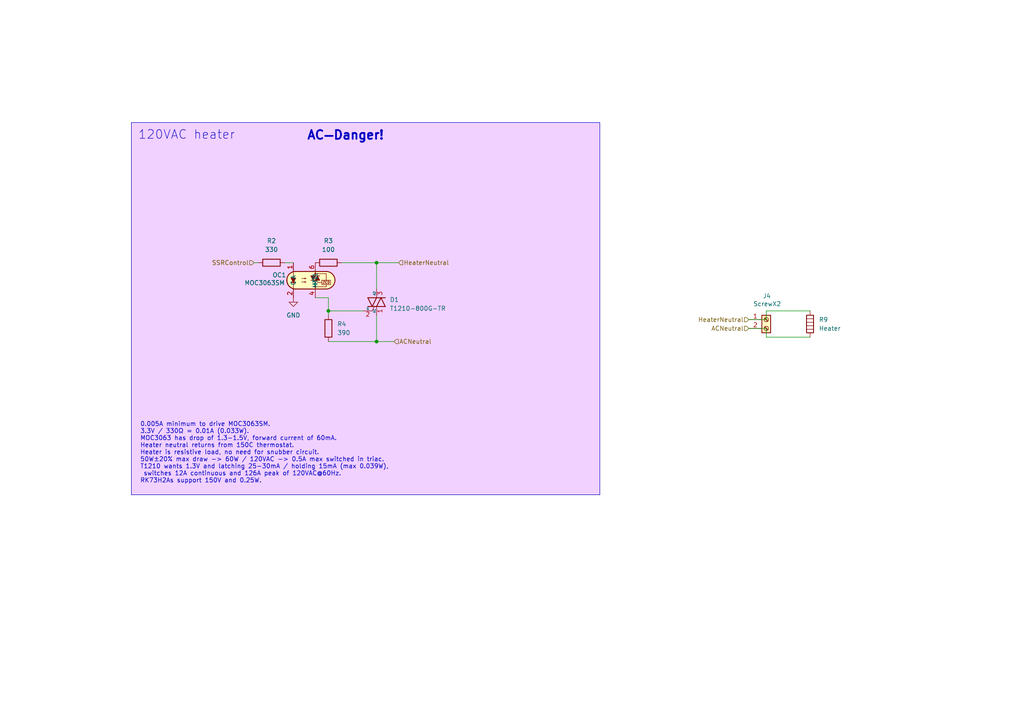
<source format=kicad_sch>
(kicad_sch (version 20250114) (generator "eeschema") (generator_version "9.0")
  (paper "A4")
  (lib_symbols
    (symbol "Connector:Screw_Terminal_01x02" (pin_names (offset 1.016) (hide yes))
      (property "Reference" "J" (at 0 2.54 0))
      (property "Value" "Screw_Terminal_01x02" (at 0 -5.08 0))
      (symbol "Screw_Terminal_01x02_1_1"
        (rectangle (start -1.27 1.27) (end 1.27 -3.81) (stroke (width 0.254)) (fill (type background)))
        (polyline (pts (xy -0.5334 0.3302) (xy 0.3302 -0.508)) (stroke (width 0.1524)))
        (polyline (pts (xy -0.5334 -2.2098) (xy 0.3302 -3.048)) (stroke (width 0.1524)))
        (polyline (pts (xy -0.3556 0.508) (xy 0.508 -0.3302)) (stroke (width 0.1524)))
        (polyline (pts (xy -0.3556 -2.032) (xy 0.508 -2.8702)) (stroke (width 0.1524)))
        (circle (center 0 0) (radius 0.635) (stroke (width 0.1524)))
        (circle (center 0 -2.54) (radius 0.635) (stroke (width 0.1524)))
        (pin passive line (at -5.08 0 0) (length 3.81) (name "Pin_1") (number "1"))
        (pin passive line (at -5.08 -2.54 0) (length 3.81) (name "Pin_2") (number "2"))
      )
    )
    (symbol "Device:Heater" (pin_numbers (hide yes)) (pin_names (offset 0))
      (property "Reference" "R" (at 2.032 0 90))
      (property "Value" "Heater" (at -2.032 0 90))
      (symbol "Heater_0_1"
        (polyline (pts (xy -1.016 1.524) (xy 1.016 1.524)))
        (rectangle (start -1.016 -2.54) (end 1.016 2.54) (stroke (width 0.254)))
        (polyline (pts (xy 1.016 0.508) (xy -1.016 0.508)))
        (polyline (pts (xy 1.016 -0.508) (xy -1.016 -0.508)))
        (polyline (pts (xy 1.016 -1.524) (xy -1.016 -1.524)))
      )
      (symbol "Heater_1_1"
        (pin passive line (at 0 3.81 270) (length 1.27) (name "~") (number "1"))
        (pin passive line (at 0 -3.81 90) (length 1.27) (name "~") (number "2"))
      )
    )
    (symbol "Device:R" (pin_numbers (hide yes)) (pin_names (offset 0))
      (property "Reference" "R" (at 2.032 0 90))
      (property "Value" "R" (at 0 0 90))
      (symbol "R_0_1"
        (rectangle (start -1.016 -2.54) (end 1.016 2.54) (stroke (width 0.254)))
      )
      (symbol "R_1_1"
        (pin passive line (at 0 3.81 270) (length 1.27) (name "~") (number "1"))
        (pin passive line (at 0 -3.81 90) (length 1.27) (name "~") (number "2"))
      )
    )
    (symbol "Triac_Thyristor:Generic_Triac_A1GA2" (pin_names (offset 0))
      (property "Reference" "D" (at 3.175 0.635 0))
      (property "Value" "Generic_Triac_A1GA2" (at 3.175 -1.27 0))
      (symbol "Generic_Triac_A1GA2_0_1"
        (polyline (pts (xy -2.54 1.27) (xy 2.54 1.27)) (stroke (width 0.254)))
        (polyline (pts (xy -2.54 1.27) (xy -1.27 -1.27) (xy 0 1.27)) (stroke (width 0.254)))
        (polyline (pts (xy -2.54 -1.27) (xy 2.54 -1.27)) (stroke (width 0.254)))
        (polyline (pts (xy -1.27 -2.54) (xy -0.635 -1.27)))
        (polyline (pts (xy 0 -1.27) (xy 1.27 1.27) (xy 2.54 -1.27)) (stroke (width 0.254)))
      )
      (symbol "Generic_Triac_A1GA2_1_1"
        (pin input line (at -3.81 -2.54 0) (length 2.54) (name "G") (number "2"))
        (pin passive line (at 0 3.81 270) (length 2.54) (name "A2") (number "3"))
        (pin passive line (at 0 -3.81 90) (length 2.54) (name "A1") (number "1"))
      )
    )
    (symbol "dank:MOC3063SM" (pin_names (offset 1.016))
      (property "Reference" "OC1" (at -11.176 1.524 0))
      (property "Value" "MOC3063S" (at -18.034 -0.762 0))
      (symbol "MOC3063SM_0_0"
        (circle (center 1.27 1.905) (radius 0.1778) (fill (type outline)))
        (circle (center 1.27 -1.905) (radius 0.1778) (fill (type outline)))
        (polyline (pts (xy 4.445 0) (xy 4.445 1.905) (xy 1.27 1.905)) (stroke (width 0.1524)))
        (polyline (pts (xy 4.445 -1.27) (xy 4.445 -1.905) (xy 1.27 -1.905)) (stroke (width 0.1524)))
        (text "ZCD" (at 4.445 -0.635 0) (effects (font (size 0.7 0.7))))
      )
      (symbol "MOC3063SM_0_1"
        (polyline (pts (xy -5.715 -0.635) (xy -4.445 -0.635)) (stroke (width 0.254)))
        (polyline (pts (xy -5.08 -0.635) (xy -5.715 0.635) (xy -4.445 0.635) (xy -5.08 -0.635)) (stroke (width 0.254)) (fill (type outline)))
        (polyline (pts (xy -5.08 -2.54) (xy -5.08 -1.27) (xy -5.08 2.54)) (stroke (width 0.1524)))
        (polyline (pts (xy -4.445 2.54) (xy 4.445 2.54)) (stroke (width 0.254)))
        (arc (start -4.4675 -2.54) (mid -6.9851 0) (end -4.4675 2.54) (stroke (width 0.254)))
        (polyline (pts (xy -3.81 2.54) (xy 1.397 2.54) (xy 2.159 2.54) (xy 4.064 2.54) (xy 5.207 2.413) (xy 6.223 1.905) (xy 6.858 0.889) (xy 6.985 0) (xy 6.858 -0.889) (xy 6.35 -1.651) (xy 5.461 -2.286) (xy 4.572 -2.54) (xy -5.08 -2.54) (xy -5.08 -2.54) (xy -5.842 -2.032) (xy -6.35 -1.778) (xy -6.858 -0.508) (xy -6.858 0.254) (xy -6.858 1.016) (xy -6.35 1.778) (xy -5.588 2.286) (xy -4.826 2.54) (xy -3.81 2.54)) (stroke (width 0.01)) (fill (type background)))
        (polyline (pts (xy -2.667 0.508) (xy -1.397 0.508) (xy -1.778 0.381) (xy -1.778 0.635) (xy -1.397 0.508)))
        (polyline (pts (xy -2.667 -0.508) (xy -1.397 -0.508) (xy -1.778 -0.635) (xy -1.778 -0.381) (xy -1.397 -0.508)))
        (polyline (pts (xy 1.27 3.175) (xy 1.27 1.27)) (stroke (width 0.1524)))
        (polyline (pts (xy 1.27 0) (xy 1.27 -2.54)) (stroke (width 0.1524)))
        (polyline (pts (xy 1.905 -0.635) (xy 1.524 0)) (stroke (width 0.1524)))
        (polyline (pts (xy 2.54 -0.635) (xy 1.905 -0.635)) (stroke (width 0.1524)))
        (polyline (pts (xy 2.54 -0.635) (xy 3.175 -0.635)) (stroke (width 0.1524)))
        (rectangle (start 3.175 0) (end 5.715 -1.27) (stroke (width 0.1524)))
        (arc (start 4.4675 2.54) (mid 6.9851 0) (end 4.4675 -2.54) (stroke (width 0.254)))
        (polyline (pts (xy 4.445 -2.54) (xy -4.445 -2.54)) (stroke (width 0.254)))
      )
      (symbol "MOC3063SM_1_1"
        (polyline (pts (xy 0 1.27) (xy 2.54 1.27)) (stroke (width 0.2032)))
        (polyline (pts (xy 0 1.27) (xy 0.635 0) (xy 1.27 1.27)) (stroke (width 0.2032)) (fill (type outline)))
        (polyline (pts (xy 0 0) (xy 2.54 0)) (stroke (width 0.2032)))
        (polyline (pts (xy 1.27 0) (xy 1.905 1.27) (xy 2.54 0)) (stroke (width 0.2032)) (fill (type outline)))
        (pin passive line (at -5.08 5.08 270) (length 2.54) (name "A") (number "1"))
        (pin passive line (at -5.08 -5.08 90) (length 2.54) (name "C") (number "2"))
        (pin free line (at -2.54 0 0) (length 2.54) (hide yes) (name "NC") (number "3"))
        (pin passive line (at 1.27 5.08 270) (length 2.54) (name "MT2") (number "6"))
        (pin passive line (at 1.27 -5.08 90) (length 2.54) (name "MT1") (number "4"))
        (pin no_connect line (at 2.54 0 180) (length 2.54) (hide yes) (name "NC") (number "5"))
      )
    )
    (symbol "power:GND" (power) (pin_numbers (hide yes)) (pin_names (offset 0) (hide yes))
      (property "Value" "GND" (at 0 -3.81 0))
      (symbol "GND_0_1"
        (polyline (pts (xy 0 0) (xy 0 -1.27) (xy 1.27 -1.27) (xy 0 -2.54) (xy -1.27 -1.27) (xy 0 -1.27)))
      )
      (symbol "GND_1_1"
        (pin power_in line (at 0 0 270) (length 0) (name "~") (number "1"))
      )
    )
  )
  (text "AC—Danger!" (at 88.9 39.37 0) (effects (font (size 2.54 2.54) (thickness 0.508) (bold yes)) (justify left)))
  (text "0.005A minimum to drive MOC3063SM.\n3.3V / 330Ω = 0.01A (0.033W).\nMOC3063 has drop of 1.3-1.5V, forward current of 60mA.\nHeater neutral returns from 150C thermostat.\nHeater is resistive load, no need for snubber circuit.\n50W±20% max draw -> 60W / 120VAC -> 0.5A max switched in triac.\nT1210 wants 1.3V and latching 25-30mA / holding 15mA (max 0.039W),\n switches 12A continuous and 126A peak of 120VAC@60Hz.\nRK73H2As support 150V and 0.25W." (at 40.64 131.318 0) (effects (font (size 1.27 1.27) (thickness 0.1588)) (justify left)))
  (text_box "120VAC heater" (at 38.1 35.56 0) (size 135.89 107.95) (margins 1.905 1.905 1.905 1.905) (fill (type color) (color 241 209 255 1)) (effects (font (size 2.54 2.54)) (justify left top)))
  (junction (at 109.22 76.2))
  (junction (at 109.22 99.06))
  (junction (at 95.25 90.17))
  (wire (pts (xy 95.25 90.17) (xy 95.25 91.44)))
  (wire (pts (xy 234.95 97.79) (xy 222.25 97.79)))
  (wire (pts (xy 82.55 76.2) (xy 85.09 76.2)))
  (wire (pts (xy 234.95 90.17) (xy 222.25 90.17)))
  (wire (pts (xy 95.25 90.17) (xy 105.41 90.17)))
  (wire (pts (xy 109.22 76.2) (xy 115.57 76.2)))
  (wire (pts (xy 109.22 99.06) (xy 114.3 99.06)))
  (wire (pts (xy 222.25 97.79) (xy 222.25 95.25)))
  (wire (pts (xy 99.06 76.2) (xy 109.22 76.2)))
  (wire (pts (xy 95.25 86.36) (xy 91.44 86.36)))
  (wire (pts (xy 222.25 90.17) (xy 222.25 92.71)))
  (wire (pts (xy 73.66 76.2) (xy 74.93 76.2)))
  (wire (pts (xy 109.22 76.2) (xy 109.22 83.82)))
  (wire (pts (xy 222.25 95.25) (xy 217.17 95.25)))
  (wire (pts (xy 217.17 92.71) (xy 222.25 92.71)))
  (wire (pts (xy 95.25 99.06) (xy 109.22 99.06)))
  (wire (pts (xy 95.25 86.36) (xy 95.25 90.17)))
  (wire (pts (xy 109.22 91.44) (xy 109.22 99.06)))
  (hierarchical_label "ACNeutral" (shape input) (at 217.17 95.25 180))
  (hierarchical_label "SSRControl" (shape input) (at 73.66 76.2 180) (effects (font (thickness 0.1588))))
  (hierarchical_label "HeaterNeutral" (shape input) (at 115.57 76.2 0))
  (hierarchical_label "ACNeutral" (shape input) (at 114.3 99.06 0))
  (hierarchical_label "HeaterNeutral" (shape input) (at 217.17 92.71 180))
  (symbol (lib_id "Connector:Screw_Terminal_01x02") (at 222.25 92.71 0) (unit 1)
    (property "Reference" "J4" (at 221.234 85.852 0) (effects (justify left)))
    (property "Value" "ScrewX2" (at 218.44 88.138 0) (effects (justify left)))
    (property "Footprint" "TerminalBlock:TerminalBlock_bornier-2_P5.08mm" (effects (hide yes)))
    (property "Description" "Generic screw terminal, single row, 01x02, script generated (kicad-library-utils/schlib/autogen/connector/)" (effects (hide yes)))
  )
  (symbol (lib_id "power:GND") (at 85.09 86.36 0) (unit 1)
    (property "Reference" "#PWR04" (effects (hide yes)))
    (property "Value" "GND" (at 85.09 91.44 0))
    (property "Description" "Power symbol creates a global label with name \"GND\" , ground" (effects (hide yes)))
  )
  (symbol (lib_id "Device:Heater") (at 234.95 93.98 0) (unit 1) (on_board no)
    (property "Reference" "R9" (at 237.49 92.7099 0) (effects (justify left)))
    (property "Value" "Heater" (at 237.49 95.2499 0) (effects (justify left)))
    (property "Description" "Resistive heater" (effects (hide yes)))
  )
  (symbol (lib_id "Device:R") (at 78.74 76.2 270) (mirror x) (unit 1)
    (property "Reference" "R2" (at 78.74 69.85 90))
    (property "Value" "330" (at 78.74 72.39 90))
    (property "Footprint" "Resistor_SMD:R_1206_3216Metric_Pad1.30x1.75mm_HandSolder" (effects (hide yes)))
    (property "Description" "Resistor" (effects (hide yes)))
  )
  (symbol (lib_id "Triac_Thyristor:Generic_Triac_A1GA2") (at 109.22 87.63 0) (unit 1)
    (property "Reference" "D1" (at 113.03 86.9314 0) (effects (justify left)))
    (property "Value" "T1210-800G-TR" (at 113.03 89.4714 0) (effects (justify left)))
    (property "Footprint" "dank:T1210-800G-TR" (effects (hide yes)))
    (property "Datasheet" "https://www.st.com/content/ccc/resource/technical/document/datasheet/aa/8c/87/f6/18/fc/46/93/CD00002267.pdf/files/CD00002267.pdf/jcr:content/translations/en.CD00002267.pdf" (effects (hide yes)))
    (property "Description" "Triode for alternating current, anode1/gate/anode2" (effects (hide yes)))
  )
  (symbol (lib_id "Device:R") (at 95.25 95.25 0) (unit 1)
    (property "Reference" "R4" (at 97.79 93.9799 0) (effects (justify left)))
    (property "Value" "390" (at 97.79 96.5199 0) (effects (justify left)))
    (property "Footprint" "Resistor_SMD:R_1206_3216Metric_Pad1.30x1.75mm_HandSolder" (effects (hide yes)))
    (property "Description" "Resistor" (effects (hide yes)))
  )
  (symbol (lib_id "Device:R") (at 95.25 76.2 90) (unit 1)
    (property "Reference" "R3" (at 95.25 69.85 90))
    (property "Value" "100" (at 95.25 72.39 90))
    (property "Footprint" "Resistor_SMD:R_1206_3216Metric_Pad1.30x1.75mm_HandSolder" (effects (hide yes)))
    (property "Description" "Resistor" (effects (hide yes)))
  )
  (symbol (lib_id "dank:MOC3063SM") (at 90.17 81.28 0) (unit 1)
    (property "Reference" "OC1" (at 78.994 79.756 0) (effects (justify left)))
    (property "Value" "MOC3063SM" (at 70.866 82.042 0) (effects (justify left)))
    (property "Footprint" "dank:MOC306XS_LTO" (effects (hide yes)))
    (property "Datasheet" "https://www.tme.eu/Document/a814ef315551e230181c0a924579d1c4/MOC3061M.pdf" (effects (hide yes)))
    (property "Description" "SMDIP-6 Optocoupler, Phototriac output with zero-crossing detection, 4kV, 600V, Alternate KiCAD Library" (effects (hide yes)))
  )
)
</source>
